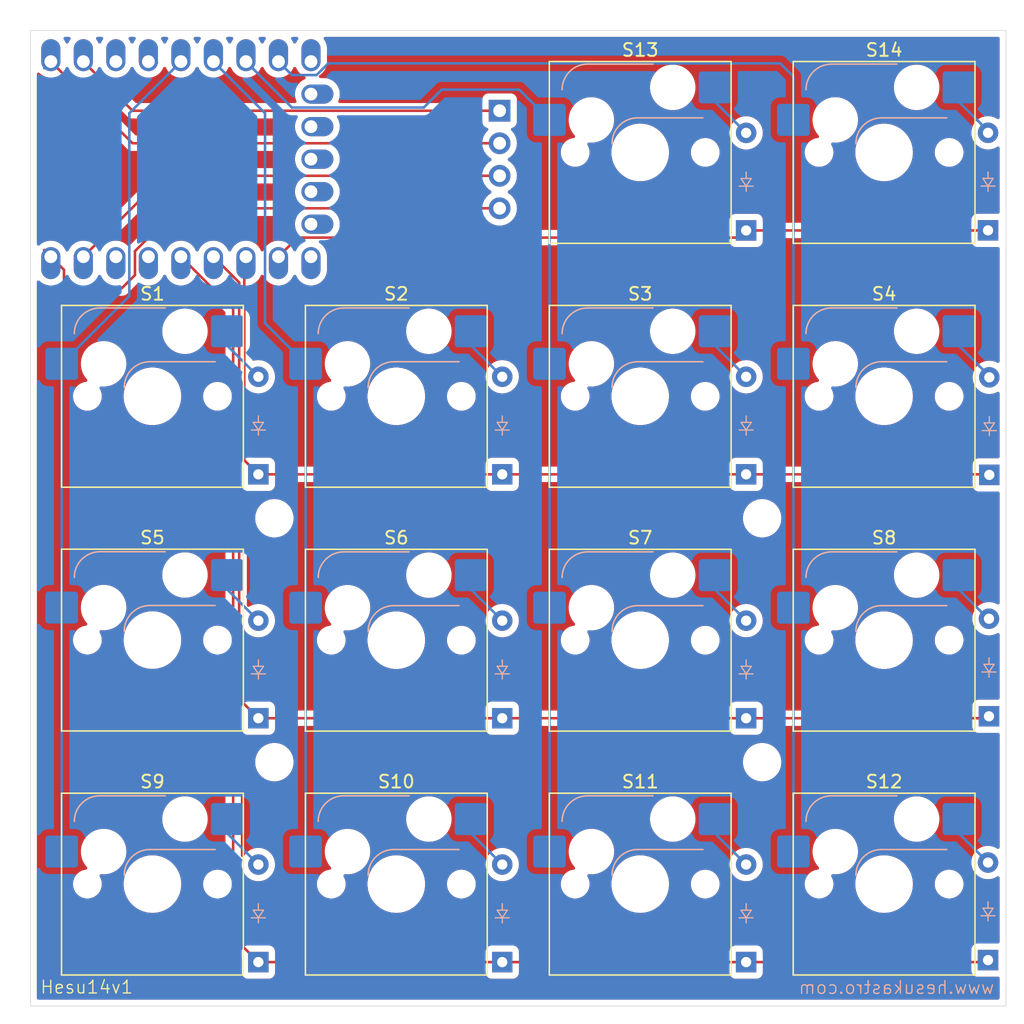
<source format=kicad_pcb>
(kicad_pcb (version 20240108) (generator "pcbnew") (generator_version "8.0")
  (layers (0 "F.Cu" signal) (31 "B.Cu" signal) (34 "B.Paste" user) (35 "F.Paste" user) (36 "B.SilkS" user "B.Silkscreen") (37 "F.SilkS" user "F.Silkscreen") (38 "B.Mask" user) (39 "F.Mask" user) (44 "Edge.Cuts" user))
  (net 0 "")
  (net 1 "Net-(D1-A)")
  (net 2 "Row 0")
  (net 3 "Net-(D2-A)")
  (net 4 "Net-(D3-A)")
  (net 5 "Net-(D4-A)")
  (net 6 "Row 1")
  (net 7 "Net-(D5-A)")
  (net 8 "Net-(D6-A)")
  (net 9 "Net-(D7-A)")
  (net 10 "Net-(D8-A)")
  (net 11 "Net-(D9-A)")
  (net 12 "Row 2")
  (net 13 "Net-(D10-A)")
  (net 14 "Net-(D11-A)")
  (net 15 "Net-(D12-A)")
  (net 16 "Column 0")
  (net 17 "Column 1")
  (net 18 "Column 2")
  (net 19 "Column 3")
  (net 22 "SDA")
  (net 23 "Row 3")
  (net 24 "VCC")
  (net 26 "GND")
  (net 27 "SCL")
  (net 31 "Net-(D13-A)")
  (net 32 "Net-(D14-A)")
  (footprint "ScottoKeebs_Hotswap:Hotswap_MX_1.00u" (layer "F.Cu") (at 82.69125 79.51125)
    (property "Reference" "S5")
    (property "Value" "Keyswitch")
  )
  (footprint "ScottoKeebs_Hotswap:Hotswap_MX_1.00u" (layer "F.Cu") (at 139.84125 60.47125)
    (property "Reference" "S4")
    (property "Value" "Keyswitch")
  )
  (footprint "ScottoKeebs_Hotswap:Hotswap_MX_1.00u" (layer "F.Cu") (at 139.84125 79.52125)
    (property "Reference" "S8")
    (property "Value" "Keyswitch")
  )
  (footprint "ScottoKeebs_Hotswap:Hotswap_MX_1.00u" (layer "F.Cu") (at 82.69125 98.57125)
    (property "Reference" "S9")
    (property "Value" "Keyswitch")
  )
  (footprint "ScottoKeebs_Hotswap:Hotswap_MX_1.00u" (layer "F.Cu") (at 101.74125 60.47125)
    (property "Reference" "S2")
    (property "Value" "Keyswitch")
  )
  (footprint "MountingHole:MountingHole_2.5mm" (layer "F.Cu") (at 92.21625 89.04625)
    (property "Reference" "H3" (hide yes))
    (property "Value" "MountingHole")
  )
  (footprint "ScottoKeebs_Hotswap:Hotswap_MX_1.00u" (layer "F.Cu") (at 139.84125 98.57125)
    (property "Reference" "S12")
    (property "Value" "Keyswitch")
  )
  (footprint "ScottoKeebs_Components:OLED_128x32" (layer "F.Cu") (at 111.41 47.965 180)
    (property "Reference" "J2" (hide yes))
    (property "Value" "OLED_128x32")
  )
  (footprint "MountingHole:MountingHole_2.5mm" (layer "F.Cu") (at 130.31625 89.04625)
    (property "Reference" "H4" (hide yes))
    (property "Value" "MountingHole")
  )
  (footprint "ScottoKeebs_Hotswap:Hotswap_MX_1.00u" (layer "F.Cu") (at 82.69125 60.47125)
    (property "Reference" "S1")
    (property "Value" "Keyswitch")
  )
  (footprint "ScottoKeebs_Hotswap:Hotswap_MX_1.00u" (layer "F.Cu") (at 101.74125 79.52125)
    (property "Reference" "S6")
    (property "Value" "Keyswitch")
  )
  (footprint "ScottoKeebs_Hotswap:Hotswap_MX_1.00u" (layer "F.Cu") (at 120.79125 41.42125)
    (property "Reference" "S13")
    (property "Value" "Keyswitch")
  )
  (footprint "ScottoKeebs_Hotswap:Hotswap_MX_1.00u" (layer "F.Cu") (at 101.74125 98.57125)
    (property "Reference" "S10")
    (property "Value" "Keyswitch")
  )
  (footprint "ScottoKeebs_Hotswap:Hotswap_MX_1.00u" (layer "F.Cu") (at 120.79125 60.47125)
    (property "Reference" "S3")
    (property "Value" "Keyswitch")
  )
  (footprint "ScottoKeebs_Hotswap:Hotswap_MX_1.00u" (layer "F.Cu") (at 139.84125 41.42125)
    (property "Reference" "S14")
    (property "Value" "Keyswitch")
  )
  (footprint "MountingHole:MountingHole_2.5mm" (layer "F.Cu") (at 130.31625 69.99625)
    (property "Reference" "H2" (hide yes))
    (property "Value" "MountingHole")
  )
  (footprint "ScottoKeebs_Hotswap:Hotswap_MX_1.00u" (layer "F.Cu") (at 120.79125 79.52125)
    (property "Reference" "S7")
    (property "Value" "Keyswitch")
  )
  (footprint "MountingHole:MountingHole_2.5mm" (layer "F.Cu") (at 92.21625 69.99625)
    (property "Reference" "H1" (hide yes))
    (property "Value" "MountingHole")
  )
  (footprint "ScottoKeebs_Hotswap:Hotswap_MX_1.00u" (layer "F.Cu") (at 120.79125 98.57125)
    (property "Reference" "S11")
    (property "Value" "Keyswitch")
  )
  (footprint "ScottoKeebs_Components:Diode_DO-35" (layer "B.Cu") (at 148.06 66.60875 90)
    (property "Reference" "D4" (hide yes))
    (property "Value" "Diode" (hide yes))
  )
  (footprint "ScottoKeebs_Components:Diode_DO-35" (layer "B.Cu") (at 110.01625 66.565 90)
    (property "Reference" "D2" (hide yes))
    (property "Value" "Diode" (hide yes))
  )
  (footprint "ScottoKeebs_Components:Diode_DO-35" (layer "B.Cu") (at 147.96 47.50875 90)
    (property "Reference" "D14" (hide yes))
    (property "Value" "Diode" (hide yes))
  )
  (footprint "ScottoKeebs_Components:Diode_DO-35" (layer "B.Cu") (at 129.06625 66.565 90)
    (property "Reference" "D3" (hide yes))
    (property "Value" "Diode" (hide yes))
  )
  (footprint "ScottoKeebs_Components:Diode_DO-35" (layer "B.Cu") (at 90.96625 85.615 90)
    (property "Reference" "D5" (hide yes))
    (property "Value" "Diode" (hide yes))
  )
  (footprint "ScottoKeebs_Components:Diode_DO-35" (layer "B.Cu") (at 148.035 85.465 90)
    (property "Reference" "D8" (hide yes))
    (property "Value" "Diode" (hide yes))
  )
  (footprint "ScottoKeebs_Components:Diode_DO-35" (layer "B.Cu") (at 129.06625 47.515 90)
    (property "Reference" "D13" (hide yes))
    (property "Value" "Diode" (hide yes))
  )
  (footprint "ScottoKeebs_Components:Diode_DO-35" (layer "B.Cu") (at 129.06625 104.665 90)
    (property "Reference" "D11" (hide yes))
    (property "Value" "Diode" (hide yes))
  )
  (footprint "ScottoKeebs_MCU:RP2040_Zero" (layer "B.Cu") (at 84.91625 41.94625 -90)
    (property "Reference" "U1" (hide yes))
    (property "Value" "RP2040_Zero" (hide yes))
  )
  (footprint "ScottoKeebs_Components:Diode_DO-35" (layer "B.Cu") (at 129.06625 85.615 90)
    (property "Reference" "D7" (hide yes))
    (property "Value" "Diode" (hide yes))
  )
  (footprint "ScottoKeebs_Components:Diode_DO-35" (layer "B.Cu") (at 110.01625 85.615 90)
    (property "Reference" "D6" (hide yes))
    (property "Value" "Diode" (hide yes))
  )
  (footprint "ScottoKeebs_Components:Diode_DO-35" (layer "B.Cu") (at 147.96 104.50875 90)
    (property "Reference" "D12" (hide yes))
    (property "Value" "Diode" (hide yes))
  )
  (footprint "ScottoKeebs_Components:Diode_DO-35" (layer "B.Cu") (at 110.01625 104.665 90)
    (property "Reference" "D10" (hide yes))
    (property "Value" "Diode" (hide yes))
  )
  (footprint "ScottoKeebs_Components:Diode_DO-35" (layer "B.Cu") (at 90.96625 66.565 90)
    (property "Reference" "D1" (hide yes))
    (property "Value" "Diode" (hide yes))
  )
  (footprint "ScottoKeebs_Components:Diode_DO-35" (layer "B.Cu") (at 90.96625 104.665 90)
    (property "Reference" "D9" (hide yes))
    (property "Value" "Diode" (hide yes))
  )
  (gr_rect (start 73.16625 31.89625) (end 149.36625 108.09625) (stroke (width 0.05)) (fill none) (layer "Edge.Cuts"))
  (gr_text "www.hesukastro.com" (at 148.514121 107.235641 0) (layer "B.SilkS") (effects (font (size 1 1) (thickness 0.1)) (justify left bottom mirror)))
  (gr_text "Hesu14v1\n" (at 73.874142 107.203995 0) (layer "F.SilkS") (effects (font (size 1 1) (thickness 0.1)) (justify left bottom)))
  (segment (start 88.53325 56.512) (end 90.96625 58.945) (width 0.2) (layer "B.Cu") (net 1))
  (segment (start 88.53325 55.39125) (end 88.53325 56.512) (width 0.2) (layer "B.Cu") (net 1))
  (segment (start 94.02625 48.07625) (end 92.53625 49.56625) (width 0.2) (layer "F.Cu") (net 2))
  (segment (start 129.06625 47.515) (end 128.505 48.07625) (width 0.2) (layer "F.Cu") (net 2))
  (segment (start 128.505 48.07625) (end 94.02625 48.07625) (width 0.2) (layer "F.Cu") (net 2))
  (segment (start 148.11625 47.515) (end 129.06625 47.515) (width 0.2) (layer "F.Cu") (net 2))
  (segment (start 107.58325 55.39125) (end 107.58325 56.512) (width 0.2) (layer "B.Cu") (net 3))
  (segment (start 107.58325 56.512) (end 110.01625 58.945) (width 0.2) (layer "B.Cu") (net 3))
  (segment (start 126.63325 56.512) (end 129.06625 58.945) (width 0.2) (layer "B.Cu") (net 4))
  (segment (start 126.63325 55.39125) (end 126.63325 56.512) (width 0.2) (layer "B.Cu") (net 4))
  (segment (start 145.68325 56.512) (end 148.11625 58.945) (width 0.2) (layer "B.Cu") (net 5))
  (segment (start 145.68325 55.39125) (end 145.68325 56.512) (width 0.2) (layer "B.Cu") (net 5))
  (segment (start 148.11625 66.565) (end 90.96625 66.565) (width 0.2) (layer "F.Cu") (net 6))
  (segment (start 89.86625 65.465) (end 89.86625 49.69625) (width 0.2) (layer "F.Cu") (net 6))
  (segment (start 89.86625 49.69625) (end 89.99625 49.56625) (width 0.2) (layer "F.Cu") (net 6))
  (segment (start 90.96625 66.565) (end 89.86625 65.465) (width 0.2) (layer "F.Cu") (net 6))
  (segment (start 88.53325 75.562) (end 90.96625 77.995) (width 0.2) (layer "B.Cu") (net 7))
  (segment (start 88.53325 74.43125) (end 88.53325 75.562) (width 0.2) (layer "B.Cu") (net 7))
  (segment (start 107.58325 75.562) (end 110.01625 77.995) (width 0.2) (layer "B.Cu") (net 8))
  (segment (start 107.58325 74.44125) (end 107.58325 75.562) (width 0.2) (layer "B.Cu") (net 8))
  (segment (start 126.63325 75.562) (end 129.06625 77.995) (width 0.2) (layer "B.Cu") (net 9))
  (segment (start 126.63325 74.44125) (end 126.63325 75.562) (width 0.2) (layer "B.Cu") (net 9))
  (segment (start 145.68325 74.44125) (end 145.68325 75.562) (width 0.2) (layer "B.Cu") (net 10))
  (segment (start 145.68325 75.562) (end 148.11625 77.995) (width 0.2) (layer "B.Cu") (net 10))
  (segment (start 88.53325 94.612) (end 90.96625 97.045) (width 0.2) (layer "B.Cu") (net 11))
  (segment (start 88.53325 93.49125) (end 88.53325 94.612) (width 0.2) (layer "B.Cu") (net 11))
  (segment (start 148.11625 85.615) (end 90.96625 85.615) (width 0.2) (layer "F.Cu") (net 12))
  (segment (start 90.96625 85.615) (end 89.46625 84.115) (width 0.2) (layer "F.Cu") (net 12))
  (segment (start 89.46625 84.115) (end 89.46625 51.57625) (width 0.2) (layer "F.Cu") (net 12))
  (segment (start 89.46625 51.57625) (end 87.45625 49.56625) (width 0.2) (layer "F.Cu") (net 12))
  (segment (start 107.58325 94.612) (end 110.01625 97.045) (width 0.2) (layer "B.Cu") (net 13))
  (segment (start 107.58325 93.49125) (end 107.58325 94.612) (width 0.2) (layer "B.Cu") (net 13))
  (segment (start 126.63325 93.49125) (end 126.63325 94.612) (width 0.2) (layer "B.Cu") (net 14))
  (segment (start 126.63325 94.612) (end 129.06625 97.045) (width 0.2) (layer "B.Cu") (net 14))
  (segment (start 145.68325 94.612) (end 148.11625 97.045) (width 0.2) (layer "B.Cu") (net 15))
  (segment (start 145.68325 93.49125) (end 145.68325 94.612) (width 0.2) (layer "B.Cu") (net 15))
  (segment (start 75.60625 57.93125) (end 75.60625 96.03125) (width 0.2) (layer "B.Cu") (net 16))
  (segment (start 80.88625 38.35625) (end 84.91625 34.32625) (width 0.2) (layer "B.Cu") (net 16))
  (segment (start 80.88625 52.65125) (end 80.88625 38.35625) (width 0.2) (layer "B.Cu") (net 16))
  (segment (start 75.60625 57.93125) (end 80.88625 52.65125) (width 0.2) (layer "B.Cu") (net 16))
  (segment (start 91.48625 38.35625) (end 87.45625 34.32625) (width 0.2) (layer "B.Cu") (net 17))
  (segment (start 91.48625 54.76125) (end 91.48625 38.35625) (width 0.2) (layer "B.Cu") (net 17))
  (segment (start 94.65625 57.93125) (end 91.48625 54.76125) (width 0.2) (layer "B.Cu") (net 17))
  (segment (start 94.65625 57.93125) (end 94.65625 96.03125) (width 0.2) (layer "B.Cu") (net 17))
  (segment (start 113.70625 38.88125) (end 111.34 36.515) (width 0.2) (layer "B.Cu") (net 18))
  (segment (start 113.70625 38.88125) (end 113.70625 96.03125) (width 0.2) (layer "B.Cu") (net 18))
  (segment (start 111.34 36.515) (end 105.285 36.515) (width 0.2) (layer "B.Cu") (net 18))
  (segment (start 103.88375 37.91625) (end 93.58625 37.91625) (width 0.2) (layer "B.Cu") (net 18))
  (segment (start 93.58625 37.91625) (end 89.99625 34.32625) (width 0.2) (layer "B.Cu") (net 18))
  (segment (start 105.285 36.515) (end 103.88375 37.91625) (width 0.2) (layer "B.Cu") (net 18))
  (segment (start 131.73625 34.46625) (end 96.421174 34.46625) (width 0.2) (layer "B.Cu") (net 19))
  (segment (start 132.75625 38.88125) (end 132.75625 96.03125) (width 0.2) (layer "B.Cu") (net 19))
  (segment (start 95.511174 35.37625) (end 93.58625 35.37625) (width 0.2) (layer "B.Cu") (net 19))
  (segment (start 132.75625 38.88125) (end 132.75625 35.48625) (width 0.2) (layer "B.Cu") (net 19))
  (segment (start 132.75625 35.48625) (end 131.73625 34.46625) (width 0.2) (layer "B.Cu") (net 19))
  (segment (start 96.421174 34.46625) (end 95.511174 35.37625) (width 0.2) (layer "B.Cu") (net 19))
  (segment (start 93.58625 35.37625) (end 92.53625 34.32625) (width 0.2) (layer "B.Cu") (net 19))
  (segment (start 109.81 45.785) (end 84.672576 45.785) (width 0.2) (layer "F.Cu") (net 22))
  (segment (start 84.672576 45.785) (end 81.32625 49.131326) (width 0.2) (layer "F.Cu") (net 22))
  (segment (start 81.32625 49.131326) (end 81.32625 51.001174) (width 0.2) (layer "F.Cu") (net 22))
  (segment (start 80.312424 52.015) (end 76.285 52.015) (width 0.2) (layer "F.Cu") (net 22))
  (segment (start 75.785 51.515) (end 75.785 50.595) (width 0.2) (layer "F.Cu") (net 22))
  (segment (start 74.235 49.045) (end 74.75625 49.56625) (width 0.2) (layer "F.Cu") (net 22))
  (segment (start 81.32625 51.001174) (end 80.312424 52.015) (width 0.2) (layer "F.Cu") (net 22))
  (segment (start 76.285 52.015) (end 75.785 51.515) (width 0.2) (layer "F.Cu") (net 22))
  (segment (start 75.785 50.595) (end 74.75625 49.56625) (width 0.2) (layer "F.Cu") (net 22))
  (segment (start 88.99625 53.64625) (end 84.91625 49.56625) (width 0.2) (layer "F.Cu") (net 23))
  (segment (start 148.11625 104.665) (end 90.96625 104.665) (width 0.2) (layer "F.Cu") (net 23))
  (segment (start 88.99625 102.695) (end 88.99625 53.64625) (width 0.2) (layer "F.Cu") (net 23))
  (segment (start 90.96625 104.665) (end 88.99625 102.695) (width 0.2) (layer "F.Cu") (net 23))
  (segment (start 81.135 40.705) (end 74.75625 34.32625) (width 0.2) (layer "F.Cu") (net 24))
  (segment (start 109.81 40.705) (end 81.135 40.705) (width 0.2) (layer "F.Cu") (net 24))
  (segment (start 74.235 34.8475) (end 74.75625 34.32625) (width 0.2) (layer "B.Cu") (net 24))
  (segment (start 81.135 38.165) (end 77.29625 34.32625) (width 0.2) (layer "F.Cu") (net 26))
  (segment (start 109.81 38.165) (end 81.135 38.165) (width 0.2) (layer "F.Cu") (net 26))
  (segment (start 109.81 43.245) (end 83.6175 43.245) (width 0.2) (layer "F.Cu") (net 27))
  (segment (start 83.6175 43.245) (end 77.29625 49.56625) (width 0.2) (layer "F.Cu") (net 27))
  (segment (start 126.63325 37.462) (end 129.06625 39.895) (width 0.2) (layer "B.Cu") (net 31))
  (segment (start 126.63325 36.34125) (end 126.63325 37.462) (width 0.2) (layer "B.Cu") (net 31))
  (segment (start 145.68325 37.462) (end 148.11625 39.895) (width 0.2) (layer "B.Cu") (net 32))
  (segment (start 145.68325 36.34125) (end 145.68325 37.462) (width 0.2) (layer "B.Cu") (net 32))
  (zone (net 0) (net_name "") (layers "F.Cu" "B.Cu") (connect_pads (clearance 0.5)) (min_thickness 0.25) (fill yes (thermal_gap 0.5) (thermal_bridge_width 0.5) (island_removal_mode 1) (island_area_min 10))
    (polygon (pts (xy 70.785 29.515) (xy 150.785 29.515) (xy 150.785 109.515) (xy 70.785 109.515)))
  )
)
</source>
